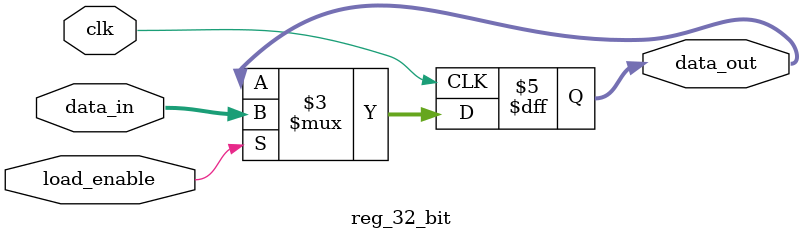
<source format=v>
module reg_32_bit(
    output reg [31:0] data_out, 
    input [31:0] data_in,
    input load_enable, clk
);

initial data_out <= 0;

always @(posedge clk)
    if(load_enable) data_out <= data_in;
endmodule
</source>
